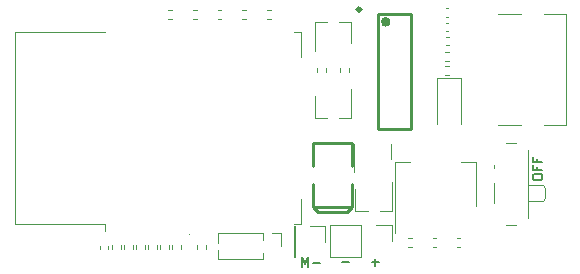
<source format=gbr>
%TF.GenerationSoftware,KiCad,Pcbnew,(6.0.2)*%
%TF.CreationDate,2022-02-27T22:40:51+08:00*%
%TF.ProjectId,PlantCare,506c616e-7443-4617-9265-2e6b69636164,rev?*%
%TF.SameCoordinates,Original*%
%TF.FileFunction,Legend,Top*%
%TF.FilePolarity,Positive*%
%FSLAX46Y46*%
G04 Gerber Fmt 4.6, Leading zero omitted, Abs format (unit mm)*
G04 Created by KiCad (PCBNEW (6.0.2)) date 2022-02-27 22:40:51*
%MOMM*%
%LPD*%
G01*
G04 APERTURE LIST*
%ADD10C,0.150000*%
%ADD11C,0.120000*%
%ADD12C,0.100000*%
%ADD13C,0.254000*%
%ADD14C,0.400000*%
%ADD15C,0.300000*%
G04 APERTURE END LIST*
D10*
X136495238Y-110457142D02*
X137104761Y-110457142D01*
X136800000Y-110761904D02*
X136800000Y-110152380D01*
X150111904Y-103311904D02*
X150111904Y-103159523D01*
X150150000Y-103083333D01*
X150226190Y-103007142D01*
X150378571Y-102969047D01*
X150645238Y-102969047D01*
X150797619Y-103007142D01*
X150873809Y-103083333D01*
X150911904Y-103159523D01*
X150911904Y-103311904D01*
X150873809Y-103388095D01*
X150797619Y-103464285D01*
X150645238Y-103502380D01*
X150378571Y-103502380D01*
X150226190Y-103464285D01*
X150150000Y-103388095D01*
X150111904Y-103311904D01*
X150492857Y-102359523D02*
X150492857Y-102626190D01*
X150911904Y-102626190D02*
X150111904Y-102626190D01*
X150111904Y-102245238D01*
X150492857Y-101673809D02*
X150492857Y-101940476D01*
X150911904Y-101940476D02*
X150111904Y-101940476D01*
X150111904Y-101559523D01*
X130588095Y-110811904D02*
X130588095Y-110011904D01*
X130854761Y-110583333D01*
X131121428Y-110011904D01*
X131121428Y-110811904D01*
X131502380Y-110507142D02*
X132111904Y-110507142D01*
X133945238Y-110457142D02*
X134554761Y-110457142D01*
D11*
%TO.C,SW1*%
X146830000Y-102430000D02*
X146830000Y-102230000D01*
X147880000Y-107280000D02*
X148670000Y-107280000D01*
X148670000Y-100380000D02*
X147880000Y-100380000D01*
X149680000Y-105230000D02*
X150970000Y-105230000D01*
X151180000Y-105030000D02*
X151180000Y-104130000D01*
X149680000Y-106680000D02*
X149680000Y-100980000D01*
X150970000Y-103930000D02*
X149680000Y-103930000D01*
X150970000Y-105230000D02*
X151180000Y-105030000D01*
X146830000Y-105430000D02*
X146830000Y-103730000D01*
X150970000Y-103930000D02*
X151180000Y-104130000D01*
%TO.C,R6*%
X115492500Y-109006359D02*
X115492500Y-109313641D01*
X116252500Y-109006359D02*
X116252500Y-109313641D01*
%TO.C,R16*%
X118305000Y-109313641D02*
X118305000Y-109006359D01*
X117545000Y-109313641D02*
X117545000Y-109006359D01*
%TO.C,R9*%
X127616359Y-89820000D02*
X127923641Y-89820000D01*
X127616359Y-89060000D02*
X127923641Y-89060000D01*
%TO.C,R8*%
X114466250Y-109006359D02*
X114466250Y-109313641D01*
X115226250Y-109006359D02*
X115226250Y-109313641D01*
%TO.C,R4*%
X118571250Y-109006359D02*
X118571250Y-109313641D01*
X119331250Y-109006359D02*
X119331250Y-109313641D01*
D12*
%TO.C,D1*%
X121053750Y-108070000D02*
G75*
G03*
X121053750Y-108070000I-50000J0D01*
G01*
D11*
%TO.C,R10*%
X119256359Y-89060000D02*
X119563641Y-89060000D01*
X119256359Y-89820000D02*
X119563641Y-89820000D01*
%TO.C,U1*%
X138480000Y-107930000D02*
X138480000Y-101920000D01*
X145300000Y-101920000D02*
X144040000Y-101920000D01*
X145300000Y-105680000D02*
X145300000Y-101920000D01*
X138480000Y-101920000D02*
X139740000Y-101920000D01*
%TO.C,C5*%
X142743671Y-89650000D02*
X142959343Y-89650000D01*
X142743671Y-88930000D02*
X142959343Y-88930000D01*
%TO.C,U2*%
X106240000Y-90960000D02*
X113860000Y-90960000D01*
X129860000Y-90960000D02*
X130480000Y-90960000D01*
X130480000Y-90960000D02*
X130480000Y-93080000D01*
X130480000Y-107200000D02*
X129860000Y-107200000D01*
X130480000Y-105080000D02*
X130480000Y-107200000D01*
X106240000Y-107200000D02*
X106240000Y-90960000D01*
X113860000Y-107200000D02*
X106240000Y-107200000D01*
X113860000Y-107200000D02*
X113860000Y-107810000D01*
%TO.C,Q2*%
X134701507Y-98210000D02*
X134701507Y-95780000D01*
X134691507Y-98230000D02*
X133691507Y-98230000D01*
X131641507Y-98230000D02*
X131641507Y-96380000D01*
X132691507Y-98230000D02*
X131641507Y-98230000D01*
%TO.C,J2*%
X128760000Y-107990000D02*
X128760000Y-109100000D01*
X123495000Y-109407530D02*
X123495000Y-110210000D01*
X123495000Y-107990000D02*
X123495000Y-108792470D01*
X127240000Y-107990000D02*
X123495000Y-107990000D01*
X127240000Y-107990000D02*
X127240000Y-108536529D01*
X127240000Y-110210000D02*
X123495000Y-110210000D01*
X127240000Y-109663471D02*
X127240000Y-110210000D01*
X128000000Y-107990000D02*
X128760000Y-107990000D01*
%TO.C,R3*%
X125526359Y-89820000D02*
X125833641Y-89820000D01*
X125526359Y-89060000D02*
X125833641Y-89060000D01*
%TO.C,C7*%
X142773671Y-91365000D02*
X142989343Y-91365000D01*
X142773671Y-92085000D02*
X142989343Y-92085000D01*
%TO.C,R14*%
X133761507Y-94303641D02*
X133761507Y-93996359D01*
X134521507Y-94303641D02*
X134521507Y-93996359D01*
%TO.C,R12*%
X142703901Y-93813884D02*
X143011183Y-93813884D01*
X142703901Y-94573884D02*
X143011183Y-94573884D01*
%TO.C,R13*%
X139893641Y-108400000D02*
X139586359Y-108400000D01*
X139893641Y-109160000D02*
X139586359Y-109160000D01*
%TO.C,R5*%
X119597500Y-109006359D02*
X119597500Y-109313641D01*
X120357500Y-109006359D02*
X120357500Y-109313641D01*
%TO.C,R1*%
X123436359Y-89060000D02*
X123743641Y-89060000D01*
X123436359Y-89820000D02*
X123743641Y-89820000D01*
%TO.C,C6*%
X142763671Y-90867500D02*
X142979343Y-90867500D01*
X142763671Y-90147500D02*
X142979343Y-90147500D01*
%TO.C,C2*%
X143917836Y-108430000D02*
X143702164Y-108430000D01*
X143917836Y-109150000D02*
X143702164Y-109150000D01*
%TO.C,C3*%
X141677164Y-108430000D02*
X141892836Y-108430000D01*
X141677164Y-109150000D02*
X141892836Y-109150000D01*
%TO.C,R2*%
X122410000Y-109006359D02*
X122410000Y-109313641D01*
X121650000Y-109006359D02*
X121650000Y-109313641D01*
%TO.C,Q4*%
X136152000Y-106106000D02*
X135102000Y-106106000D01*
X135102000Y-106106000D02*
X135102000Y-104256000D01*
X138152000Y-106106000D02*
X137152000Y-106106000D01*
X138162000Y-106086000D02*
X138162000Y-103656000D01*
%TO.C,Q1*%
X134990000Y-101092000D02*
X134990000Y-100442000D01*
X138110000Y-101092000D02*
X138110000Y-100442000D01*
X138110000Y-101092000D02*
X138110000Y-101742000D01*
X134990000Y-101092000D02*
X134990000Y-102767000D01*
D13*
%TO.C,C1*%
X131520000Y-105787000D02*
X131970000Y-106223000D01*
X131520000Y-100333000D02*
X131520000Y-102260000D01*
X134820000Y-105787000D02*
X134370000Y-106223000D01*
X131970000Y-106223000D02*
X134370000Y-106223000D01*
X131520000Y-105787000D02*
X134820000Y-105787000D01*
X134820000Y-103860000D02*
X134820000Y-105787000D01*
X131520000Y-100333000D02*
X134820000Y-100333000D01*
X134820000Y-100333000D02*
X134820000Y-102260000D01*
X131520000Y-103860000D02*
X131520000Y-105787000D01*
D11*
%TO.C,J5*%
X129960000Y-110020000D02*
X129900000Y-110020000D01*
X131230000Y-107360000D02*
X132560000Y-107360000D01*
X129900000Y-107360000D02*
X129900000Y-110020000D01*
X129960000Y-107360000D02*
X129960000Y-110020000D01*
X129960000Y-107360000D02*
X129900000Y-107360000D01*
X132560000Y-107360000D02*
X132560000Y-108690000D01*
%TO.C,C4*%
X113470000Y-109287836D02*
X113470000Y-109072164D01*
X114190000Y-109287836D02*
X114190000Y-109072164D01*
%TO.C,Q3*%
X131691507Y-90070000D02*
X132691507Y-90070000D01*
X134741507Y-90070000D02*
X134741507Y-91920000D01*
X131681507Y-90090000D02*
X131681507Y-92520000D01*
X133691507Y-90070000D02*
X134741507Y-90070000D01*
%TO.C,R11*%
X142995749Y-93377757D02*
X142688467Y-93377757D01*
X142995749Y-92617757D02*
X142688467Y-92617757D01*
%TO.C,J3*%
X151031507Y-89440000D02*
X152931507Y-89440000D01*
X147131507Y-98840000D02*
X149131507Y-98840000D01*
X152931507Y-98840000D02*
X152931507Y-89440000D01*
X147131507Y-89440000D02*
X149131507Y-89440000D01*
X151031507Y-98840000D02*
X152931507Y-98840000D01*
%TO.C,R17*%
X116518750Y-109006359D02*
X116518750Y-109313641D01*
X117278750Y-109006359D02*
X117278750Y-109313641D01*
%TO.C,J4*%
X132985000Y-107330000D02*
X132985000Y-109990000D01*
X135585000Y-107330000D02*
X135585000Y-109990000D01*
X138185000Y-107330000D02*
X138185000Y-108660000D01*
X135585000Y-109990000D02*
X132985000Y-109990000D01*
X136855000Y-107330000D02*
X138185000Y-107330000D01*
X135585000Y-107330000D02*
X132985000Y-107330000D01*
%TO.C,D2*%
X144041507Y-94850000D02*
X144041507Y-98750000D01*
X142041507Y-94850000D02*
X142041507Y-98750000D01*
X144041507Y-94850000D02*
X142041507Y-94850000D01*
%TO.C,R15*%
X131861507Y-93996359D02*
X131861507Y-94303641D01*
X132621507Y-93996359D02*
X132621507Y-94303641D01*
D13*
%TO.C,U3*%
X139771507Y-89395000D02*
X139771507Y-99195000D01*
X136971507Y-89395000D02*
X136971507Y-99195000D01*
X136971507Y-89395000D02*
X139771507Y-89395000D01*
X136971507Y-99195000D02*
X139771507Y-99195000D01*
D14*
X137871507Y-90095000D02*
G75*
G03*
X137871507Y-90095000I-200000J0D01*
G01*
D15*
X135571507Y-89045000D02*
G75*
G03*
X135571507Y-89045000I-150000J0D01*
G01*
D11*
%TO.C,R7*%
X121653641Y-89820000D02*
X121346359Y-89820000D01*
X121653641Y-89060000D02*
X121346359Y-89060000D01*
%TD*%
M02*

</source>
